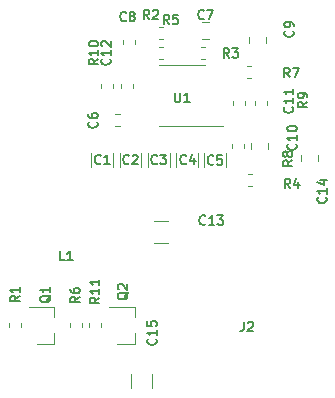
<source format=gbr>
G04 #@! TF.GenerationSoftware,KiCad,Pcbnew,(5.1.6-0-10_14)*
G04 #@! TF.CreationDate,2020-12-22T18:49:04+01:00*
G04 #@! TF.ProjectId,cdm324,63646d33-3234-42e6-9b69-6361645f7063,rev?*
G04 #@! TF.SameCoordinates,Original*
G04 #@! TF.FileFunction,Legend,Top*
G04 #@! TF.FilePolarity,Positive*
%FSLAX46Y46*%
G04 Gerber Fmt 4.6, Leading zero omitted, Abs format (unit mm)*
G04 Created by KiCad (PCBNEW (5.1.6-0-10_14)) date 2020-12-22 18:49:04*
%MOMM*%
%LPD*%
G01*
G04 APERTURE LIST*
%ADD10C,0.120000*%
%ADD11C,0.153000*%
G04 APERTURE END LIST*
D10*
X91040000Y-125021267D02*
X91040000Y-124678733D01*
X92060000Y-125021267D02*
X92060000Y-124678733D01*
X98147936Y-116040000D02*
X99352064Y-116040000D01*
X98147936Y-117860000D02*
X99352064Y-117860000D01*
X98010000Y-128947936D02*
X98010000Y-130152064D01*
X96190000Y-128947936D02*
X96190000Y-130152064D01*
X98921267Y-102310000D02*
X98578733Y-102310000D01*
X98921267Y-101290000D02*
X98578733Y-101290000D01*
X110590000Y-110961252D02*
X110590000Y-110438748D01*
X112010000Y-110961252D02*
X112010000Y-110438748D01*
X107760000Y-109438748D02*
X107760000Y-109961252D01*
X106340000Y-109438748D02*
X106340000Y-109961252D01*
X106190000Y-100961252D02*
X106190000Y-100438748D01*
X107610000Y-100961252D02*
X107610000Y-100438748D01*
X102238748Y-99190000D02*
X102761252Y-99190000D01*
X102238748Y-100610000D02*
X102761252Y-100610000D01*
X100500000Y-102840000D02*
X98550000Y-102840000D01*
X100500000Y-102840000D02*
X102450000Y-102840000D01*
X100500000Y-107960000D02*
X98550000Y-107960000D01*
X100500000Y-107960000D02*
X103950000Y-107960000D01*
X89710000Y-126430000D02*
X89710000Y-125500000D01*
X89710000Y-123270000D02*
X89710000Y-124200000D01*
X89710000Y-123270000D02*
X87550000Y-123270000D01*
X89710000Y-126430000D02*
X88250000Y-126430000D01*
X85840000Y-124971267D02*
X85840000Y-124628733D01*
X86860000Y-124971267D02*
X86860000Y-124628733D01*
X96510000Y-126430000D02*
X96510000Y-125500000D01*
X96510000Y-123270000D02*
X96510000Y-124200000D01*
X96510000Y-123270000D02*
X94350000Y-123270000D01*
X96510000Y-126430000D02*
X95050000Y-126430000D01*
X92640000Y-125021267D02*
X92640000Y-124678733D01*
X93660000Y-125021267D02*
X93660000Y-124678733D01*
X93640000Y-104771267D02*
X93640000Y-104428733D01*
X94660000Y-104771267D02*
X94660000Y-104428733D01*
X101860000Y-110247936D02*
X101860000Y-111452064D01*
X100040000Y-110247936D02*
X100040000Y-111452064D01*
X104740000Y-109871267D02*
X104740000Y-109528733D01*
X105760000Y-109871267D02*
X105760000Y-109528733D01*
X106078733Y-112040000D02*
X106421267Y-112040000D01*
X106078733Y-113060000D02*
X106421267Y-113060000D01*
X102128733Y-101290000D02*
X102471267Y-101290000D01*
X102128733Y-102310000D02*
X102471267Y-102310000D01*
X98578733Y-99640000D02*
X98921267Y-99640000D01*
X98578733Y-100660000D02*
X98921267Y-100660000D01*
X107680000Y-106221267D02*
X107680000Y-105878733D01*
X106660000Y-106221267D02*
X106660000Y-105878733D01*
X105840000Y-106221267D02*
X105840000Y-105878733D01*
X104820000Y-106221267D02*
X104820000Y-105878733D01*
X104210000Y-110247936D02*
X104210000Y-111452064D01*
X102390000Y-110247936D02*
X102390000Y-111452064D01*
X99460000Y-110247936D02*
X99460000Y-111452064D01*
X97640000Y-110247936D02*
X97640000Y-111452064D01*
X94660000Y-110247936D02*
X94660000Y-111452064D01*
X92840000Y-110247936D02*
X92840000Y-111452064D01*
X97060000Y-110247936D02*
X97060000Y-111452064D01*
X95240000Y-110247936D02*
X95240000Y-111452064D01*
X106371267Y-103910000D02*
X106028733Y-103910000D01*
X106371267Y-102890000D02*
X106028733Y-102890000D01*
X95221267Y-108010000D02*
X94878733Y-108010000D01*
X95221267Y-106990000D02*
X94878733Y-106990000D01*
X95340000Y-104771267D02*
X95340000Y-104428733D01*
X96360000Y-104771267D02*
X96360000Y-104428733D01*
X96510000Y-100728733D02*
X96510000Y-101071267D01*
X95490000Y-100728733D02*
X95490000Y-101071267D01*
D11*
X91861904Y-122433333D02*
X91480952Y-122700000D01*
X91861904Y-122890476D02*
X91061904Y-122890476D01*
X91061904Y-122585714D01*
X91100000Y-122509523D01*
X91138095Y-122471428D01*
X91214285Y-122433333D01*
X91328571Y-122433333D01*
X91404761Y-122471428D01*
X91442857Y-122509523D01*
X91480952Y-122585714D01*
X91480952Y-122890476D01*
X91061904Y-121747619D02*
X91061904Y-121900000D01*
X91100000Y-121976190D01*
X91138095Y-122014285D01*
X91252380Y-122090476D01*
X91404761Y-122128571D01*
X91709523Y-122128571D01*
X91785714Y-122090476D01*
X91823809Y-122052380D01*
X91861904Y-121976190D01*
X91861904Y-121823809D01*
X91823809Y-121747619D01*
X91785714Y-121709523D01*
X91709523Y-121671428D01*
X91519047Y-121671428D01*
X91442857Y-121709523D01*
X91404761Y-121747619D01*
X91366666Y-121823809D01*
X91366666Y-121976190D01*
X91404761Y-122052380D01*
X91442857Y-122090476D01*
X91519047Y-122128571D01*
X102485714Y-116285714D02*
X102447619Y-116323809D01*
X102333333Y-116361904D01*
X102257142Y-116361904D01*
X102142857Y-116323809D01*
X102066666Y-116247619D01*
X102028571Y-116171428D01*
X101990476Y-116019047D01*
X101990476Y-115904761D01*
X102028571Y-115752380D01*
X102066666Y-115676190D01*
X102142857Y-115600000D01*
X102257142Y-115561904D01*
X102333333Y-115561904D01*
X102447619Y-115600000D01*
X102485714Y-115638095D01*
X103247619Y-116361904D02*
X102790476Y-116361904D01*
X103019047Y-116361904D02*
X103019047Y-115561904D01*
X102942857Y-115676190D01*
X102866666Y-115752380D01*
X102790476Y-115790476D01*
X103514285Y-115561904D02*
X104009523Y-115561904D01*
X103742857Y-115866666D01*
X103857142Y-115866666D01*
X103933333Y-115904761D01*
X103971428Y-115942857D01*
X104009523Y-116019047D01*
X104009523Y-116209523D01*
X103971428Y-116285714D01*
X103933333Y-116323809D01*
X103857142Y-116361904D01*
X103628571Y-116361904D01*
X103552380Y-116323809D01*
X103514285Y-116285714D01*
X98285714Y-126014285D02*
X98323809Y-126052380D01*
X98361904Y-126166666D01*
X98361904Y-126242857D01*
X98323809Y-126357142D01*
X98247619Y-126433333D01*
X98171428Y-126471428D01*
X98019047Y-126509523D01*
X97904761Y-126509523D01*
X97752380Y-126471428D01*
X97676190Y-126433333D01*
X97600000Y-126357142D01*
X97561904Y-126242857D01*
X97561904Y-126166666D01*
X97600000Y-126052380D01*
X97638095Y-126014285D01*
X98361904Y-125252380D02*
X98361904Y-125709523D01*
X98361904Y-125480952D02*
X97561904Y-125480952D01*
X97676190Y-125557142D01*
X97752380Y-125633333D01*
X97790476Y-125709523D01*
X97561904Y-124528571D02*
X97561904Y-124909523D01*
X97942857Y-124947619D01*
X97904761Y-124909523D01*
X97866666Y-124833333D01*
X97866666Y-124642857D01*
X97904761Y-124566666D01*
X97942857Y-124528571D01*
X98019047Y-124490476D01*
X98209523Y-124490476D01*
X98285714Y-124528571D01*
X98323809Y-124566666D01*
X98361904Y-124642857D01*
X98361904Y-124833333D01*
X98323809Y-124909523D01*
X98285714Y-124947619D01*
X99416666Y-99361904D02*
X99150000Y-98980952D01*
X98959523Y-99361904D02*
X98959523Y-98561904D01*
X99264285Y-98561904D01*
X99340476Y-98600000D01*
X99378571Y-98638095D01*
X99416666Y-98714285D01*
X99416666Y-98828571D01*
X99378571Y-98904761D01*
X99340476Y-98942857D01*
X99264285Y-98980952D01*
X98959523Y-98980952D01*
X100140476Y-98561904D02*
X99759523Y-98561904D01*
X99721428Y-98942857D01*
X99759523Y-98904761D01*
X99835714Y-98866666D01*
X100026190Y-98866666D01*
X100102380Y-98904761D01*
X100140476Y-98942857D01*
X100178571Y-99019047D01*
X100178571Y-99209523D01*
X100140476Y-99285714D01*
X100102380Y-99323809D01*
X100026190Y-99361904D01*
X99835714Y-99361904D01*
X99759523Y-99323809D01*
X99721428Y-99285714D01*
X112685714Y-114014285D02*
X112723809Y-114052380D01*
X112761904Y-114166666D01*
X112761904Y-114242857D01*
X112723809Y-114357142D01*
X112647619Y-114433333D01*
X112571428Y-114471428D01*
X112419047Y-114509523D01*
X112304761Y-114509523D01*
X112152380Y-114471428D01*
X112076190Y-114433333D01*
X112000000Y-114357142D01*
X111961904Y-114242857D01*
X111961904Y-114166666D01*
X112000000Y-114052380D01*
X112038095Y-114014285D01*
X112761904Y-113252380D02*
X112761904Y-113709523D01*
X112761904Y-113480952D02*
X111961904Y-113480952D01*
X112076190Y-113557142D01*
X112152380Y-113633333D01*
X112190476Y-113709523D01*
X112228571Y-112566666D02*
X112761904Y-112566666D01*
X111923809Y-112757142D02*
X112495238Y-112947619D01*
X112495238Y-112452380D01*
X110135714Y-109514285D02*
X110173809Y-109552380D01*
X110211904Y-109666666D01*
X110211904Y-109742857D01*
X110173809Y-109857142D01*
X110097619Y-109933333D01*
X110021428Y-109971428D01*
X109869047Y-110009523D01*
X109754761Y-110009523D01*
X109602380Y-109971428D01*
X109526190Y-109933333D01*
X109450000Y-109857142D01*
X109411904Y-109742857D01*
X109411904Y-109666666D01*
X109450000Y-109552380D01*
X109488095Y-109514285D01*
X110211904Y-108752380D02*
X110211904Y-109209523D01*
X110211904Y-108980952D02*
X109411904Y-108980952D01*
X109526190Y-109057142D01*
X109602380Y-109133333D01*
X109640476Y-109209523D01*
X109411904Y-108257142D02*
X109411904Y-108180952D01*
X109450000Y-108104761D01*
X109488095Y-108066666D01*
X109564285Y-108028571D01*
X109716666Y-107990476D01*
X109907142Y-107990476D01*
X110059523Y-108028571D01*
X110135714Y-108066666D01*
X110173809Y-108104761D01*
X110211904Y-108180952D01*
X110211904Y-108257142D01*
X110173809Y-108333333D01*
X110135714Y-108371428D01*
X110059523Y-108409523D01*
X109907142Y-108447619D01*
X109716666Y-108447619D01*
X109564285Y-108409523D01*
X109488095Y-108371428D01*
X109450000Y-108333333D01*
X109411904Y-108257142D01*
X109885714Y-99933333D02*
X109923809Y-99971428D01*
X109961904Y-100085714D01*
X109961904Y-100161904D01*
X109923809Y-100276190D01*
X109847619Y-100352380D01*
X109771428Y-100390476D01*
X109619047Y-100428571D01*
X109504761Y-100428571D01*
X109352380Y-100390476D01*
X109276190Y-100352380D01*
X109200000Y-100276190D01*
X109161904Y-100161904D01*
X109161904Y-100085714D01*
X109200000Y-99971428D01*
X109238095Y-99933333D01*
X109961904Y-99552380D02*
X109961904Y-99400000D01*
X109923809Y-99323809D01*
X109885714Y-99285714D01*
X109771428Y-99209523D01*
X109619047Y-99171428D01*
X109314285Y-99171428D01*
X109238095Y-99209523D01*
X109200000Y-99247619D01*
X109161904Y-99323809D01*
X109161904Y-99476190D01*
X109200000Y-99552380D01*
X109238095Y-99590476D01*
X109314285Y-99628571D01*
X109504761Y-99628571D01*
X109580952Y-99590476D01*
X109619047Y-99552380D01*
X109657142Y-99476190D01*
X109657142Y-99323809D01*
X109619047Y-99247619D01*
X109580952Y-99209523D01*
X109504761Y-99171428D01*
X102366666Y-98885714D02*
X102328571Y-98923809D01*
X102214285Y-98961904D01*
X102138095Y-98961904D01*
X102023809Y-98923809D01*
X101947619Y-98847619D01*
X101909523Y-98771428D01*
X101871428Y-98619047D01*
X101871428Y-98504761D01*
X101909523Y-98352380D01*
X101947619Y-98276190D01*
X102023809Y-98200000D01*
X102138095Y-98161904D01*
X102214285Y-98161904D01*
X102328571Y-98200000D01*
X102366666Y-98238095D01*
X102633333Y-98161904D02*
X103166666Y-98161904D01*
X102823809Y-98961904D01*
X99890476Y-105161904D02*
X99890476Y-105809523D01*
X99928571Y-105885714D01*
X99966666Y-105923809D01*
X100042857Y-105961904D01*
X100195238Y-105961904D01*
X100271428Y-105923809D01*
X100309523Y-105885714D01*
X100347619Y-105809523D01*
X100347619Y-105161904D01*
X101147619Y-105961904D02*
X100690476Y-105961904D01*
X100919047Y-105961904D02*
X100919047Y-105161904D01*
X100842857Y-105276190D01*
X100766666Y-105352380D01*
X100690476Y-105390476D01*
X89388095Y-122326190D02*
X89350000Y-122402380D01*
X89273809Y-122478571D01*
X89159523Y-122592857D01*
X89121428Y-122669047D01*
X89121428Y-122745238D01*
X89311904Y-122707142D02*
X89273809Y-122783333D01*
X89197619Y-122859523D01*
X89045238Y-122897619D01*
X88778571Y-122897619D01*
X88626190Y-122859523D01*
X88550000Y-122783333D01*
X88511904Y-122707142D01*
X88511904Y-122554761D01*
X88550000Y-122478571D01*
X88626190Y-122402380D01*
X88778571Y-122364285D01*
X89045238Y-122364285D01*
X89197619Y-122402380D01*
X89273809Y-122478571D01*
X89311904Y-122554761D01*
X89311904Y-122707142D01*
X89311904Y-121602380D02*
X89311904Y-122059523D01*
X89311904Y-121830952D02*
X88511904Y-121830952D01*
X88626190Y-121907142D01*
X88702380Y-121983333D01*
X88740476Y-122059523D01*
X86761904Y-122383333D02*
X86380952Y-122650000D01*
X86761904Y-122840476D02*
X85961904Y-122840476D01*
X85961904Y-122535714D01*
X86000000Y-122459523D01*
X86038095Y-122421428D01*
X86114285Y-122383333D01*
X86228571Y-122383333D01*
X86304761Y-122421428D01*
X86342857Y-122459523D01*
X86380952Y-122535714D01*
X86380952Y-122840476D01*
X86761904Y-121621428D02*
X86761904Y-122078571D01*
X86761904Y-121850000D02*
X85961904Y-121850000D01*
X86076190Y-121926190D01*
X86152380Y-122002380D01*
X86190476Y-122078571D01*
X95938095Y-122076190D02*
X95900000Y-122152380D01*
X95823809Y-122228571D01*
X95709523Y-122342857D01*
X95671428Y-122419047D01*
X95671428Y-122495238D01*
X95861904Y-122457142D02*
X95823809Y-122533333D01*
X95747619Y-122609523D01*
X95595238Y-122647619D01*
X95328571Y-122647619D01*
X95176190Y-122609523D01*
X95100000Y-122533333D01*
X95061904Y-122457142D01*
X95061904Y-122304761D01*
X95100000Y-122228571D01*
X95176190Y-122152380D01*
X95328571Y-122114285D01*
X95595238Y-122114285D01*
X95747619Y-122152380D01*
X95823809Y-122228571D01*
X95861904Y-122304761D01*
X95861904Y-122457142D01*
X95138095Y-121809523D02*
X95100000Y-121771428D01*
X95061904Y-121695238D01*
X95061904Y-121504761D01*
X95100000Y-121428571D01*
X95138095Y-121390476D01*
X95214285Y-121352380D01*
X95290476Y-121352380D01*
X95404761Y-121390476D01*
X95861904Y-121847619D01*
X95861904Y-121352380D01*
X93511904Y-122514285D02*
X93130952Y-122780952D01*
X93511904Y-122971428D02*
X92711904Y-122971428D01*
X92711904Y-122666666D01*
X92750000Y-122590476D01*
X92788095Y-122552380D01*
X92864285Y-122514285D01*
X92978571Y-122514285D01*
X93054761Y-122552380D01*
X93092857Y-122590476D01*
X93130952Y-122666666D01*
X93130952Y-122971428D01*
X93511904Y-121752380D02*
X93511904Y-122209523D01*
X93511904Y-121980952D02*
X92711904Y-121980952D01*
X92826190Y-122057142D01*
X92902380Y-122133333D01*
X92940476Y-122209523D01*
X93511904Y-120990476D02*
X93511904Y-121447619D01*
X93511904Y-121219047D02*
X92711904Y-121219047D01*
X92826190Y-121295238D01*
X92902380Y-121371428D01*
X92940476Y-121447619D01*
X93411904Y-102314285D02*
X93030952Y-102580952D01*
X93411904Y-102771428D02*
X92611904Y-102771428D01*
X92611904Y-102466666D01*
X92650000Y-102390476D01*
X92688095Y-102352380D01*
X92764285Y-102314285D01*
X92878571Y-102314285D01*
X92954761Y-102352380D01*
X92992857Y-102390476D01*
X93030952Y-102466666D01*
X93030952Y-102771428D01*
X93411904Y-101552380D02*
X93411904Y-102009523D01*
X93411904Y-101780952D02*
X92611904Y-101780952D01*
X92726190Y-101857142D01*
X92802380Y-101933333D01*
X92840476Y-102009523D01*
X92611904Y-101057142D02*
X92611904Y-100980952D01*
X92650000Y-100904761D01*
X92688095Y-100866666D01*
X92764285Y-100828571D01*
X92916666Y-100790476D01*
X93107142Y-100790476D01*
X93259523Y-100828571D01*
X93335714Y-100866666D01*
X93373809Y-100904761D01*
X93411904Y-100980952D01*
X93411904Y-101057142D01*
X93373809Y-101133333D01*
X93335714Y-101171428D01*
X93259523Y-101209523D01*
X93107142Y-101247619D01*
X92916666Y-101247619D01*
X92764285Y-101209523D01*
X92688095Y-101171428D01*
X92650000Y-101133333D01*
X92611904Y-101057142D01*
X100866666Y-111135714D02*
X100828571Y-111173809D01*
X100714285Y-111211904D01*
X100638095Y-111211904D01*
X100523809Y-111173809D01*
X100447619Y-111097619D01*
X100409523Y-111021428D01*
X100371428Y-110869047D01*
X100371428Y-110754761D01*
X100409523Y-110602380D01*
X100447619Y-110526190D01*
X100523809Y-110450000D01*
X100638095Y-110411904D01*
X100714285Y-110411904D01*
X100828571Y-110450000D01*
X100866666Y-110488095D01*
X101552380Y-110678571D02*
X101552380Y-111211904D01*
X101361904Y-110373809D02*
X101171428Y-110945238D01*
X101666666Y-110945238D01*
X109861904Y-110883333D02*
X109480952Y-111150000D01*
X109861904Y-111340476D02*
X109061904Y-111340476D01*
X109061904Y-111035714D01*
X109100000Y-110959523D01*
X109138095Y-110921428D01*
X109214285Y-110883333D01*
X109328571Y-110883333D01*
X109404761Y-110921428D01*
X109442857Y-110959523D01*
X109480952Y-111035714D01*
X109480952Y-111340476D01*
X109404761Y-110426190D02*
X109366666Y-110502380D01*
X109328571Y-110540476D01*
X109252380Y-110578571D01*
X109214285Y-110578571D01*
X109138095Y-110540476D01*
X109100000Y-110502380D01*
X109061904Y-110426190D01*
X109061904Y-110273809D01*
X109100000Y-110197619D01*
X109138095Y-110159523D01*
X109214285Y-110121428D01*
X109252380Y-110121428D01*
X109328571Y-110159523D01*
X109366666Y-110197619D01*
X109404761Y-110273809D01*
X109404761Y-110426190D01*
X109442857Y-110502380D01*
X109480952Y-110540476D01*
X109557142Y-110578571D01*
X109709523Y-110578571D01*
X109785714Y-110540476D01*
X109823809Y-110502380D01*
X109861904Y-110426190D01*
X109861904Y-110273809D01*
X109823809Y-110197619D01*
X109785714Y-110159523D01*
X109709523Y-110121428D01*
X109557142Y-110121428D01*
X109480952Y-110159523D01*
X109442857Y-110197619D01*
X109404761Y-110273809D01*
X109666666Y-113261904D02*
X109400000Y-112880952D01*
X109209523Y-113261904D02*
X109209523Y-112461904D01*
X109514285Y-112461904D01*
X109590476Y-112500000D01*
X109628571Y-112538095D01*
X109666666Y-112614285D01*
X109666666Y-112728571D01*
X109628571Y-112804761D01*
X109590476Y-112842857D01*
X109514285Y-112880952D01*
X109209523Y-112880952D01*
X110352380Y-112728571D02*
X110352380Y-113261904D01*
X110161904Y-112423809D02*
X109971428Y-112995238D01*
X110466666Y-112995238D01*
X90566666Y-119361904D02*
X90185714Y-119361904D01*
X90185714Y-118561904D01*
X91252380Y-119361904D02*
X90795238Y-119361904D01*
X91023809Y-119361904D02*
X91023809Y-118561904D01*
X90947619Y-118676190D01*
X90871428Y-118752380D01*
X90795238Y-118790476D01*
X104516666Y-102211904D02*
X104250000Y-101830952D01*
X104059523Y-102211904D02*
X104059523Y-101411904D01*
X104364285Y-101411904D01*
X104440476Y-101450000D01*
X104478571Y-101488095D01*
X104516666Y-101564285D01*
X104516666Y-101678571D01*
X104478571Y-101754761D01*
X104440476Y-101792857D01*
X104364285Y-101830952D01*
X104059523Y-101830952D01*
X104783333Y-101411904D02*
X105278571Y-101411904D01*
X105011904Y-101716666D01*
X105126190Y-101716666D01*
X105202380Y-101754761D01*
X105240476Y-101792857D01*
X105278571Y-101869047D01*
X105278571Y-102059523D01*
X105240476Y-102135714D01*
X105202380Y-102173809D01*
X105126190Y-102211904D01*
X104897619Y-102211904D01*
X104821428Y-102173809D01*
X104783333Y-102135714D01*
X97716666Y-98961904D02*
X97450000Y-98580952D01*
X97259523Y-98961904D02*
X97259523Y-98161904D01*
X97564285Y-98161904D01*
X97640476Y-98200000D01*
X97678571Y-98238095D01*
X97716666Y-98314285D01*
X97716666Y-98428571D01*
X97678571Y-98504761D01*
X97640476Y-98542857D01*
X97564285Y-98580952D01*
X97259523Y-98580952D01*
X98021428Y-98238095D02*
X98059523Y-98200000D01*
X98135714Y-98161904D01*
X98326190Y-98161904D01*
X98402380Y-98200000D01*
X98440476Y-98238095D01*
X98478571Y-98314285D01*
X98478571Y-98390476D01*
X98440476Y-98504761D01*
X97983333Y-98961904D01*
X98478571Y-98961904D01*
X111111904Y-105933333D02*
X110730952Y-106200000D01*
X111111904Y-106390476D02*
X110311904Y-106390476D01*
X110311904Y-106085714D01*
X110350000Y-106009523D01*
X110388095Y-105971428D01*
X110464285Y-105933333D01*
X110578571Y-105933333D01*
X110654761Y-105971428D01*
X110692857Y-106009523D01*
X110730952Y-106085714D01*
X110730952Y-106390476D01*
X111111904Y-105552380D02*
X111111904Y-105400000D01*
X111073809Y-105323809D01*
X111035714Y-105285714D01*
X110921428Y-105209523D01*
X110769047Y-105171428D01*
X110464285Y-105171428D01*
X110388095Y-105209523D01*
X110350000Y-105247619D01*
X110311904Y-105323809D01*
X110311904Y-105476190D01*
X110350000Y-105552380D01*
X110388095Y-105590476D01*
X110464285Y-105628571D01*
X110654761Y-105628571D01*
X110730952Y-105590476D01*
X110769047Y-105552380D01*
X110807142Y-105476190D01*
X110807142Y-105323809D01*
X110769047Y-105247619D01*
X110730952Y-105209523D01*
X110654761Y-105171428D01*
X109835714Y-106364285D02*
X109873809Y-106402380D01*
X109911904Y-106516666D01*
X109911904Y-106592857D01*
X109873809Y-106707142D01*
X109797619Y-106783333D01*
X109721428Y-106821428D01*
X109569047Y-106859523D01*
X109454761Y-106859523D01*
X109302380Y-106821428D01*
X109226190Y-106783333D01*
X109150000Y-106707142D01*
X109111904Y-106592857D01*
X109111904Y-106516666D01*
X109150000Y-106402380D01*
X109188095Y-106364285D01*
X109911904Y-105602380D02*
X109911904Y-106059523D01*
X109911904Y-105830952D02*
X109111904Y-105830952D01*
X109226190Y-105907142D01*
X109302380Y-105983333D01*
X109340476Y-106059523D01*
X109911904Y-104840476D02*
X109911904Y-105297619D01*
X109911904Y-105069047D02*
X109111904Y-105069047D01*
X109226190Y-105145238D01*
X109302380Y-105221428D01*
X109340476Y-105297619D01*
X103166666Y-111185714D02*
X103128571Y-111223809D01*
X103014285Y-111261904D01*
X102938095Y-111261904D01*
X102823809Y-111223809D01*
X102747619Y-111147619D01*
X102709523Y-111071428D01*
X102671428Y-110919047D01*
X102671428Y-110804761D01*
X102709523Y-110652380D01*
X102747619Y-110576190D01*
X102823809Y-110500000D01*
X102938095Y-110461904D01*
X103014285Y-110461904D01*
X103128571Y-110500000D01*
X103166666Y-110538095D01*
X103890476Y-110461904D02*
X103509523Y-110461904D01*
X103471428Y-110842857D01*
X103509523Y-110804761D01*
X103585714Y-110766666D01*
X103776190Y-110766666D01*
X103852380Y-110804761D01*
X103890476Y-110842857D01*
X103928571Y-110919047D01*
X103928571Y-111109523D01*
X103890476Y-111185714D01*
X103852380Y-111223809D01*
X103776190Y-111261904D01*
X103585714Y-111261904D01*
X103509523Y-111223809D01*
X103471428Y-111185714D01*
X98416666Y-111135714D02*
X98378571Y-111173809D01*
X98264285Y-111211904D01*
X98188095Y-111211904D01*
X98073809Y-111173809D01*
X97997619Y-111097619D01*
X97959523Y-111021428D01*
X97921428Y-110869047D01*
X97921428Y-110754761D01*
X97959523Y-110602380D01*
X97997619Y-110526190D01*
X98073809Y-110450000D01*
X98188095Y-110411904D01*
X98264285Y-110411904D01*
X98378571Y-110450000D01*
X98416666Y-110488095D01*
X98683333Y-110411904D02*
X99178571Y-110411904D01*
X98911904Y-110716666D01*
X99026190Y-110716666D01*
X99102380Y-110754761D01*
X99140476Y-110792857D01*
X99178571Y-110869047D01*
X99178571Y-111059523D01*
X99140476Y-111135714D01*
X99102380Y-111173809D01*
X99026190Y-111211904D01*
X98797619Y-111211904D01*
X98721428Y-111173809D01*
X98683333Y-111135714D01*
X93616666Y-111135714D02*
X93578571Y-111173809D01*
X93464285Y-111211904D01*
X93388095Y-111211904D01*
X93273809Y-111173809D01*
X93197619Y-111097619D01*
X93159523Y-111021428D01*
X93121428Y-110869047D01*
X93121428Y-110754761D01*
X93159523Y-110602380D01*
X93197619Y-110526190D01*
X93273809Y-110450000D01*
X93388095Y-110411904D01*
X93464285Y-110411904D01*
X93578571Y-110450000D01*
X93616666Y-110488095D01*
X94378571Y-111211904D02*
X93921428Y-111211904D01*
X94150000Y-111211904D02*
X94150000Y-110411904D01*
X94073809Y-110526190D01*
X93997619Y-110602380D01*
X93921428Y-110640476D01*
X96016666Y-111135714D02*
X95978571Y-111173809D01*
X95864285Y-111211904D01*
X95788095Y-111211904D01*
X95673809Y-111173809D01*
X95597619Y-111097619D01*
X95559523Y-111021428D01*
X95521428Y-110869047D01*
X95521428Y-110754761D01*
X95559523Y-110602380D01*
X95597619Y-110526190D01*
X95673809Y-110450000D01*
X95788095Y-110411904D01*
X95864285Y-110411904D01*
X95978571Y-110450000D01*
X96016666Y-110488095D01*
X96321428Y-110488095D02*
X96359523Y-110450000D01*
X96435714Y-110411904D01*
X96626190Y-110411904D01*
X96702380Y-110450000D01*
X96740476Y-110488095D01*
X96778571Y-110564285D01*
X96778571Y-110640476D01*
X96740476Y-110754761D01*
X96283333Y-111211904D01*
X96778571Y-111211904D01*
X105733333Y-124561904D02*
X105733333Y-125133333D01*
X105695238Y-125247619D01*
X105619047Y-125323809D01*
X105504761Y-125361904D01*
X105428571Y-125361904D01*
X106076190Y-124638095D02*
X106114285Y-124600000D01*
X106190476Y-124561904D01*
X106380952Y-124561904D01*
X106457142Y-124600000D01*
X106495238Y-124638095D01*
X106533333Y-124714285D01*
X106533333Y-124790476D01*
X106495238Y-124904761D01*
X106038095Y-125361904D01*
X106533333Y-125361904D01*
X109616666Y-103861904D02*
X109350000Y-103480952D01*
X109159523Y-103861904D02*
X109159523Y-103061904D01*
X109464285Y-103061904D01*
X109540476Y-103100000D01*
X109578571Y-103138095D01*
X109616666Y-103214285D01*
X109616666Y-103328571D01*
X109578571Y-103404761D01*
X109540476Y-103442857D01*
X109464285Y-103480952D01*
X109159523Y-103480952D01*
X109883333Y-103061904D02*
X110416666Y-103061904D01*
X110073809Y-103861904D01*
X93285714Y-107633333D02*
X93323809Y-107671428D01*
X93361904Y-107785714D01*
X93361904Y-107861904D01*
X93323809Y-107976190D01*
X93247619Y-108052380D01*
X93171428Y-108090476D01*
X93019047Y-108128571D01*
X92904761Y-108128571D01*
X92752380Y-108090476D01*
X92676190Y-108052380D01*
X92600000Y-107976190D01*
X92561904Y-107861904D01*
X92561904Y-107785714D01*
X92600000Y-107671428D01*
X92638095Y-107633333D01*
X92561904Y-106947619D02*
X92561904Y-107100000D01*
X92600000Y-107176190D01*
X92638095Y-107214285D01*
X92752380Y-107290476D01*
X92904761Y-107328571D01*
X93209523Y-107328571D01*
X93285714Y-107290476D01*
X93323809Y-107252380D01*
X93361904Y-107176190D01*
X93361904Y-107023809D01*
X93323809Y-106947619D01*
X93285714Y-106909523D01*
X93209523Y-106871428D01*
X93019047Y-106871428D01*
X92942857Y-106909523D01*
X92904761Y-106947619D01*
X92866666Y-107023809D01*
X92866666Y-107176190D01*
X92904761Y-107252380D01*
X92942857Y-107290476D01*
X93019047Y-107328571D01*
X94385714Y-102314285D02*
X94423809Y-102352380D01*
X94461904Y-102466666D01*
X94461904Y-102542857D01*
X94423809Y-102657142D01*
X94347619Y-102733333D01*
X94271428Y-102771428D01*
X94119047Y-102809523D01*
X94004761Y-102809523D01*
X93852380Y-102771428D01*
X93776190Y-102733333D01*
X93700000Y-102657142D01*
X93661904Y-102542857D01*
X93661904Y-102466666D01*
X93700000Y-102352380D01*
X93738095Y-102314285D01*
X94461904Y-101552380D02*
X94461904Y-102009523D01*
X94461904Y-101780952D02*
X93661904Y-101780952D01*
X93776190Y-101857142D01*
X93852380Y-101933333D01*
X93890476Y-102009523D01*
X93738095Y-101247619D02*
X93700000Y-101209523D01*
X93661904Y-101133333D01*
X93661904Y-100942857D01*
X93700000Y-100866666D01*
X93738095Y-100828571D01*
X93814285Y-100790476D01*
X93890476Y-100790476D01*
X94004761Y-100828571D01*
X94461904Y-101285714D01*
X94461904Y-100790476D01*
X95766666Y-99035714D02*
X95728571Y-99073809D01*
X95614285Y-99111904D01*
X95538095Y-99111904D01*
X95423809Y-99073809D01*
X95347619Y-98997619D01*
X95309523Y-98921428D01*
X95271428Y-98769047D01*
X95271428Y-98654761D01*
X95309523Y-98502380D01*
X95347619Y-98426190D01*
X95423809Y-98350000D01*
X95538095Y-98311904D01*
X95614285Y-98311904D01*
X95728571Y-98350000D01*
X95766666Y-98388095D01*
X96223809Y-98654761D02*
X96147619Y-98616666D01*
X96109523Y-98578571D01*
X96071428Y-98502380D01*
X96071428Y-98464285D01*
X96109523Y-98388095D01*
X96147619Y-98350000D01*
X96223809Y-98311904D01*
X96376190Y-98311904D01*
X96452380Y-98350000D01*
X96490476Y-98388095D01*
X96528571Y-98464285D01*
X96528571Y-98502380D01*
X96490476Y-98578571D01*
X96452380Y-98616666D01*
X96376190Y-98654761D01*
X96223809Y-98654761D01*
X96147619Y-98692857D01*
X96109523Y-98730952D01*
X96071428Y-98807142D01*
X96071428Y-98959523D01*
X96109523Y-99035714D01*
X96147619Y-99073809D01*
X96223809Y-99111904D01*
X96376190Y-99111904D01*
X96452380Y-99073809D01*
X96490476Y-99035714D01*
X96528571Y-98959523D01*
X96528571Y-98807142D01*
X96490476Y-98730952D01*
X96452380Y-98692857D01*
X96376190Y-98654761D01*
M02*

</source>
